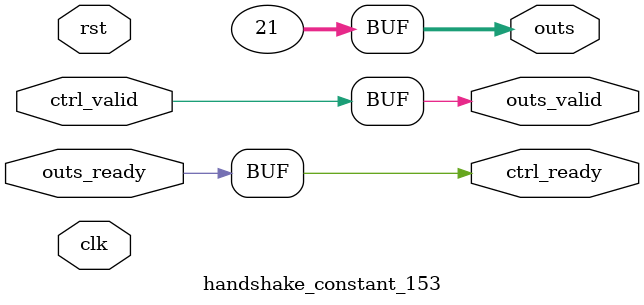
<source format=v>
`timescale 1ns / 1ps
module handshake_constant_153 #(
  parameter DATA_WIDTH = 32  // Default set to 32 bits
) (
  input                       clk,
  input                       rst,
  // Input Channel
  input                       ctrl_valid,
  output                      ctrl_ready,
  // Output Channel
  output [DATA_WIDTH - 1 : 0] outs,
  output                      outs_valid,
  input                       outs_ready
);
  assign outs       = 6'b010101;
  assign outs_valid = ctrl_valid;
  assign ctrl_ready = outs_ready;

endmodule

</source>
